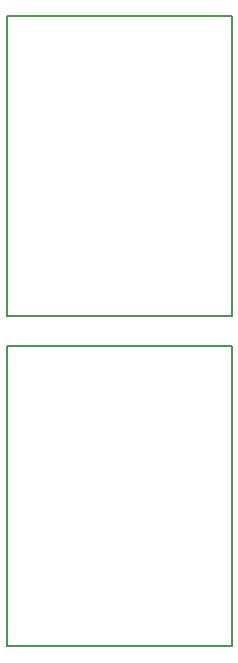
<source format=gbr>
G04 #@! TF.GenerationSoftware,KiCad,Pcbnew,(5.0.0)*
G04 #@! TF.CreationDate,2018-09-14T11:50:53-04:00*
G04 #@! TF.ProjectId,one-counter,6F6E652D636F756E7465722E6B696361,rev?*
G04 #@! TF.SameCoordinates,Original*
G04 #@! TF.FileFunction,Profile,NP*
%FSLAX46Y46*%
G04 Gerber Fmt 4.6, Leading zero omitted, Abs format (unit mm)*
G04 Created by KiCad (PCBNEW (5.0.0)) date 09/14/18 11:50:53*
%MOMM*%
%LPD*%
G01*
G04 APERTURE LIST*
%ADD10C,0.150000*%
G04 APERTURE END LIST*
D10*
X160655000Y-84455000D02*
X160655000Y-109855000D01*
X179705000Y-84455000D02*
X160655000Y-84455000D01*
X179705000Y-109855000D02*
X179705000Y-84455000D01*
X179705000Y-109855000D02*
X160655000Y-109855000D01*
X160655000Y-112395000D02*
X160655000Y-137795000D01*
X179705000Y-112395000D02*
X160655000Y-112395000D01*
X179705000Y-137795000D02*
X179705000Y-112395000D01*
X179705000Y-137795000D02*
X160655000Y-137795000D01*
M02*

</source>
